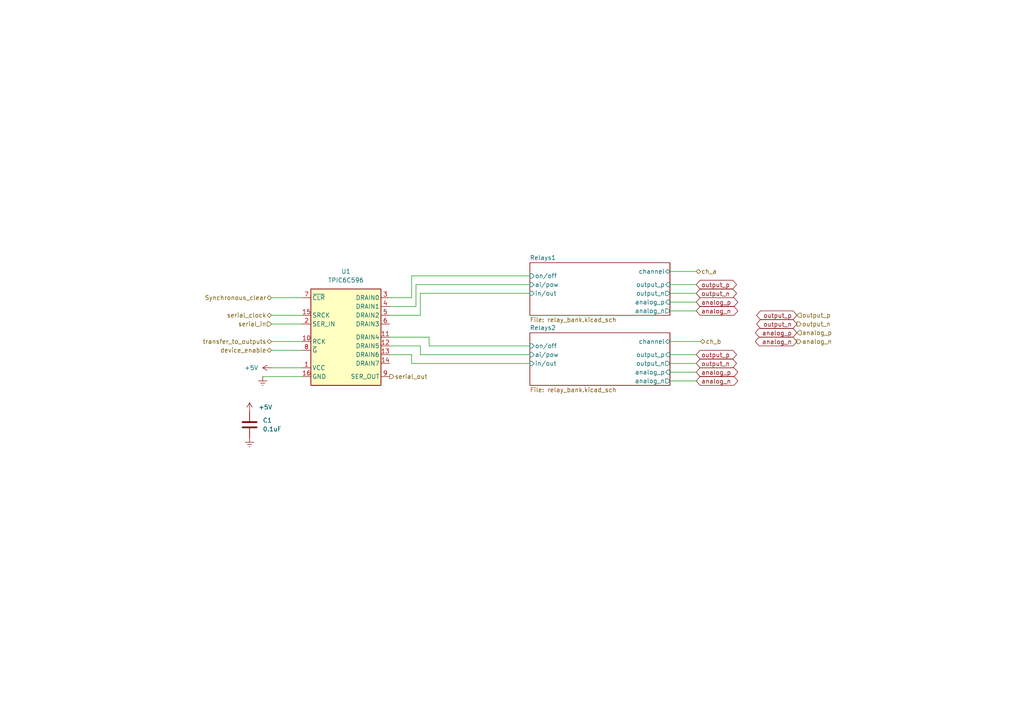
<source format=kicad_sch>
(kicad_sch (version 20211123) (generator eeschema)
  (paper "A4")
  (title_block (title "SPI-MUX") (date "2023-02-06") (rev "0.01") (company "NMBU-Mina") (comment 1 "F.N.Beilegaard"))
  (lib_symbols
    (symbol "Device:C" (pin_numbers hide) (pin_names (offset 0.254))
      (property "Reference" "C" (at 0.635 2.54 0))
      (property "Value" "C" (at 0.635 -2.54 0))
      (symbol "C_0_1"
        (polyline (pts (xy -2.032 -0.762) (xy 2.032 -0.762)) (stroke (width 0.508)))
        (polyline (pts (xy -2.032 0.762) (xy 2.032 0.762)) (stroke (width 0.508)))
      )
      (symbol "C_1_1"
        (pin passive line (at 0 3.81 270) (length 2.794) (name "~") (number "1"))
        (pin passive line (at 0 -3.81 90) (length 2.794) (name "~") (number "2"))
      )
    )
    (symbol "muxlib:TPIC6C596" (pin_names (offset 0.381))
      (property "Reference" "U" (at -8.89 13.97 0))
      (property "Value" "TPIC6C596" (at 6.35 13.97 0))
      (symbol "TPIC6C596_0_1"
        (rectangle (start -10.16 12.7) (end 10.16 -15.24) (stroke (width 0.254)) (fill (type background)))
      )
      (symbol "TPIC6C596_1_1"
        (pin power_in line (at -12.7 -10.16 0) (length 2.54) (name "VCC") (number "1"))
        (pin input line (at -12.7 -2.54 0) (length 2.54) (name "RCK") (number "10"))
        (pin open_collector line (at 12.7 -1.27 180) (length 2.54) (name "DRAIN4") (number "11"))
        (pin open_collector line (at 12.7 -3.81 180) (length 2.54) (name "DRAIN5") (number "12"))
        (pin open_collector line (at 12.7 -6.35 180) (length 2.54) (name "DRAIN6") (number "13"))
        (pin open_collector line (at 12.7 -8.89 180) (length 2.54) (name "DRAIN7") (number "14"))
        (pin input line (at -12.7 5.08 0) (length 2.54) (name "SRCK") (number "15"))
        (pin power_in line (at -12.7 -12.7 0) (length 2.54) (name "GND") (number "16"))
        (pin input line (at -12.7 2.54 0) (length 2.54) (name "SER_IN") (number "2"))
        (pin open_collector line (at 12.7 10.16 180) (length 2.54) (name "DRAIN0") (number "3"))
        (pin open_collector line (at 12.7 7.62 180) (length 2.54) (name "DRAIN1") (number "4"))
        (pin open_collector line (at 12.7 5.08 180) (length 2.54) (name "DRAIN2") (number "5"))
        (pin open_collector line (at 12.7 2.54 180) (length 2.54) (name "DRAIN3") (number "6"))
        (pin input line (at -12.7 10.16 0) (length 2.54) (name "~{CLR}") (number "7"))
        (pin input line (at -12.7 -5.08 0) (length 2.54) (name "~{G}") (number "8"))
        (pin output line (at 12.7 -12.7 180) (length 2.54) (name "SER_OUT") (number "9"))
      )
    )
    (symbol "power:+5V" (power) (pin_names (offset 0))
      (property "Value" "+5V" (at 0 3.556 0))
      (symbol "+5V_0_1"
        (polyline (pts (xy -0.762 1.27) (xy 0 2.54)))
        (polyline (pts (xy 0 0) (xy 0 2.54)))
        (polyline (pts (xy 0 2.54) (xy 0.762 1.27)))
      )
      (symbol "+5V_1_1"
        (pin power_in line (at 0 0 90) (length 0) hide (name "+5V") (number "1"))
      )
    )
    (symbol "power:Earth" (power) (pin_names (offset 0))
      (symbol "Earth_0_1"
        (polyline (pts (xy -0.635 -1.905) (xy 0.635 -1.905)))
        (polyline (pts (xy -0.127 -2.54) (xy 0.127 -2.54)))
        (polyline (pts (xy 0 -1.27) (xy 0 0)))
        (polyline (pts (xy 1.27 -1.27) (xy -1.27 -1.27)))
      )
      (symbol "Earth_1_1"
        (pin power_in line (at 0 0 270) (length 0) hide (name "Earth") (number "1"))
      )
    )
  )
  (wire (pts (xy 113.03 102.87) (xy 119.38 102.87)))
  (wire (pts (xy 194.31 85.09) (xy 201.93 85.09)))
  (wire (pts (xy 121.92 100.33) (xy 121.92 102.87)))
  (wire (pts (xy 194.31 90.17) (xy 201.93 90.17)))
  (wire (pts (xy 153.67 82.55) (xy 120.65 82.55)))
  (wire (pts (xy 78.74 99.06) (xy 87.63 99.06)))
  (wire (pts (xy 153.67 85.09) (xy 121.92 85.09)))
  (wire (pts (xy 119.38 86.36) (xy 119.38 80.01)))
  (wire (pts (xy 121.92 102.87) (xy 153.67 102.87)))
  (wire (pts (xy 119.38 105.41) (xy 153.67 105.41)))
  (wire (pts (xy 113.03 97.79) (xy 124.46 97.79)))
  (wire (pts (xy 121.92 85.09) (xy 121.92 91.44)))
  (wire (pts (xy 194.31 110.49) (xy 201.93 110.49)))
  (wire (pts (xy 194.31 105.41) (xy 201.93 105.41)))
  (wire (pts (xy 124.46 100.33) (xy 153.67 100.33)))
  (wire (pts (xy 76.2 109.22) (xy 87.63 109.22)))
  (wire (pts (xy 194.31 99.06) (xy 203.2 99.06)))
  (wire (pts (xy 78.74 86.36) (xy 87.63 86.36)))
  (wire (pts (xy 194.31 87.63) (xy 201.93 87.63)))
  (wire (pts (xy 194.31 102.87) (xy 201.93 102.87)))
  (wire (pts (xy 194.31 107.95) (xy 201.93 107.95)))
  (wire (pts (xy 119.38 102.87) (xy 119.38 105.41)))
  (wire (pts (xy 78.74 93.98) (xy 87.63 93.98)))
  (wire (pts (xy 113.03 100.33) (xy 121.92 100.33)))
  (wire (pts (xy 78.74 106.68) (xy 87.63 106.68)))
  (wire (pts (xy 78.74 101.6) (xy 87.63 101.6)))
  (wire (pts (xy 113.03 86.36) (xy 119.38 86.36)))
  (wire (pts (xy 124.46 97.79) (xy 124.46 100.33)))
  (wire (pts (xy 120.65 88.9) (xy 113.03 88.9)))
  (wire (pts (xy 119.38 80.01) (xy 153.67 80.01)))
  (wire (pts (xy 194.31 82.55) (xy 201.93 82.55)))
  (wire (pts (xy 78.74 91.44) (xy 87.63 91.44)))
  (wire (pts (xy 194.31 78.74) (xy 201.93 78.74)))
  (wire (pts (xy 120.65 82.55) (xy 120.65 88.9)))
  (wire (pts (xy 121.92 91.44) (xy 113.03 91.44)))
  (global_label "analog_p" (shape bidirectional) (at 201.93 87.63 0) (property "Intersheet References" "${INTERSHEET_REFS}" (effects hide)))
  (global_label "analog_n" (shape bidirectional) (at 231.14 99.06 180) (property "Intersheet References" "${INTERSHEET_REFS}" (effects hide)))
  (global_label "output_p" (shape bidirectional) (at 201.93 82.55 0) (property "Intersheet References" "${INTERSHEET_REFS}" (effects hide)))
  (global_label "analog_n" (shape bidirectional) (at 201.93 110.49 0) (property "Intersheet References" "${INTERSHEET_REFS}" (effects hide)))
  (global_label "analog_n" (shape bidirectional) (at 201.93 90.17 0) (property "Intersheet References" "${INTERSHEET_REFS}" (effects hide)))
  (global_label "output_n" (shape bidirectional) (at 201.93 105.41 0) (property "Intersheet References" "${INTERSHEET_REFS}" (effects hide)))
  (global_label "output_p" (shape bidirectional) (at 231.14 91.44 180) (property "Intersheet References" "${INTERSHEET_REFS}" (effects hide)))
  (global_label "output_n" (shape bidirectional) (at 231.14 93.98 180) (property "Intersheet References" "${INTERSHEET_REFS}" (effects hide)))
  (global_label "output_n" (shape bidirectional) (at 201.93 85.09 0) (property "Intersheet References" "${INTERSHEET_REFS}" (effects hide)))
  (global_label "analog_p" (shape bidirectional) (at 201.93 107.95 0) (property "Intersheet References" "${INTERSHEET_REFS}" (effects hide)))
  (global_label "output_p" (shape bidirectional) (at 201.93 102.87 0) (property "Intersheet References" "${INTERSHEET_REFS}" (effects hide)))
  (global_label "analog_p" (shape bidirectional) (at 231.14 96.52 180) (property "Intersheet References" "${INTERSHEET_REFS}" (effects hide)))
  (hierarchical_label "analog_p" (shape input) (at 231.14 96.52 0))
  (hierarchical_label "ch_b" (shape bidirectional) (at 203.2 99.06 0))
  (hierarchical_label "Synchronous_clear" (shape bidirectional) (at 78.74 86.36 180))
  (hierarchical_label "serial_out" (shape output) (at 113.03 109.22 0))
  (hierarchical_label "ch_a" (shape bidirectional) (at 201.93 78.74 0))
  (hierarchical_label "device_enable" (shape bidirectional) (at 78.74 101.6 180))
  (hierarchical_label "serial_in" (shape input) (at 78.74 93.98 180))
  (hierarchical_label "output_p" (shape input) (at 231.14 91.44 0))
  (hierarchical_label "output_n" (shape output) (at 231.14 93.98 0))
  (hierarchical_label "serial_clock" (shape bidirectional) (at 78.74 91.44 180))
  (hierarchical_label "transfer_to_outputs" (shape bidirectional) (at 78.74 99.06 180))
  (hierarchical_label "analog_n" (shape output) (at 231.14 99.06 0))
  (symbol (lib_id "power:+5V") (at 78.74 106.68 90) (unit 1)
    (property "Reference" "#PWR0127" (effects hide))
    (property "Value" "+5V" (at 74.93 106.6799 90) (effects (justify left)))
  )
  (symbol (lib_id "power:Earth") (at 76.2 109.22 0) (unit 1)
    (property "Reference" "#PWR0128" (effects hide))
    (property "Value" "Earth" (effects hide))
  )
  (symbol (lib_id "muxlib:TPIC6C596") (at 100.33 96.52 0) (unit 1)
    (property "Reference" "U1" (at 100.33 78.74 0))
    (property "Value" "TPIC6C596" (at 100.33 81.28 0))
    (property "Footprint" "Package_SO:TSSOP-16_4.4x5mm_P0.65mm" (effects hide))
    (property "Datasheet" "https://www.ti.com/lit/ds/symlink/tpic6c596.pdf?HQS=dis-dk-null-digikeymode-dsf-pf-null-wwe&ts=1675340599353&ref_url=https%253A%252F%252Fwww.ti.com%252Fgeneral%252Fdocs%252Fsuppproductinfo.tsp%253FdistId%253D10%2526gotoUrl%253Dhttps%253A%252F%252Fwww.ti.com%252Flit%252Fgpn%252Ftpic6c596" (effects hide))
  )
  (symbol (lib_id "Device:C") (at 72.39 123.19 0) (unit 1)
    (property "Reference" "C1" (at 76.2 121.9199 0) (effects (justify left)))
    (property "Value" "0.1uF" (at 76.2 124.4599 0) (effects (justify left)))
    (property "Footprint" "Diode_SMD:D_0603_1608Metric" (effects hide))
  )
  (symbol (lib_id "power:Earth") (at 72.39 127 0) (unit 1)
    (property "Reference" "#PWR04" (effects hide))
    (property "Value" "Earth" (effects hide))
  )
  (symbol (lib_id "power:+5V") (at 72.39 119.38 0) (unit 1)
    (property "Reference" "#PWR03" (effects hide))
    (property "Value" "+5V" (at 74.93 118.1099 0) (effects (justify left)))
  )
  (sheet (at 153.67 96.52) (size 40.64 15.24) (stroke (width 0.1524))
    (property "Sheet name" "Relays2" (at 153.67 95.8084 0) (effects (justify left bottom)))
    (property "Sheet file" "relay_bank.kicad_sch" (at 153.67 112.3446 0) (effects (justify left top)))
    (pin "ai{slash}pow" input (at 153.67 102.87 180))
    (pin "on{slash}off" input (at 153.67 100.33 180))
    (pin "channel" bidirectional (at 194.31 99.06 0))
    (pin "output_p" input (at 194.31 102.87 0))
    (pin "output_n" output (at 194.31 105.41 0))
    (pin "analog_p" input (at 194.31 107.95 0))
    (pin "analog_n" output (at 194.31 110.49 0))
    (pin "in{slash}out" input (at 153.67 105.41 180))
  )
  (sheet (at 153.67 76.2) (size 40.64 15.24) (stroke (width 0.1524))
    (property "Sheet name" "Relays1" (at 153.67 75.4884 0) (effects (justify left bottom)))
    (property "Sheet file" "relay_bank.kicad_sch" (at 153.67 92.0246 0) (effects (justify left top)))
    (pin "ai{slash}pow" input (at 153.67 82.55 180))
    (pin "on{slash}off" input (at 153.67 80.01 180))
    (pin "channel" bidirectional (at 194.31 78.74 0))
    (pin "output_p" input (at 194.31 82.55 0))
    (pin "output_n" output (at 194.31 85.09 0))
    (pin "analog_p" input (at 194.31 87.63 0))
    (pin "analog_n" output (at 194.31 90.17 0))
    (pin "in{slash}out" input (at 153.67 85.09 180))
  )
)
</source>
